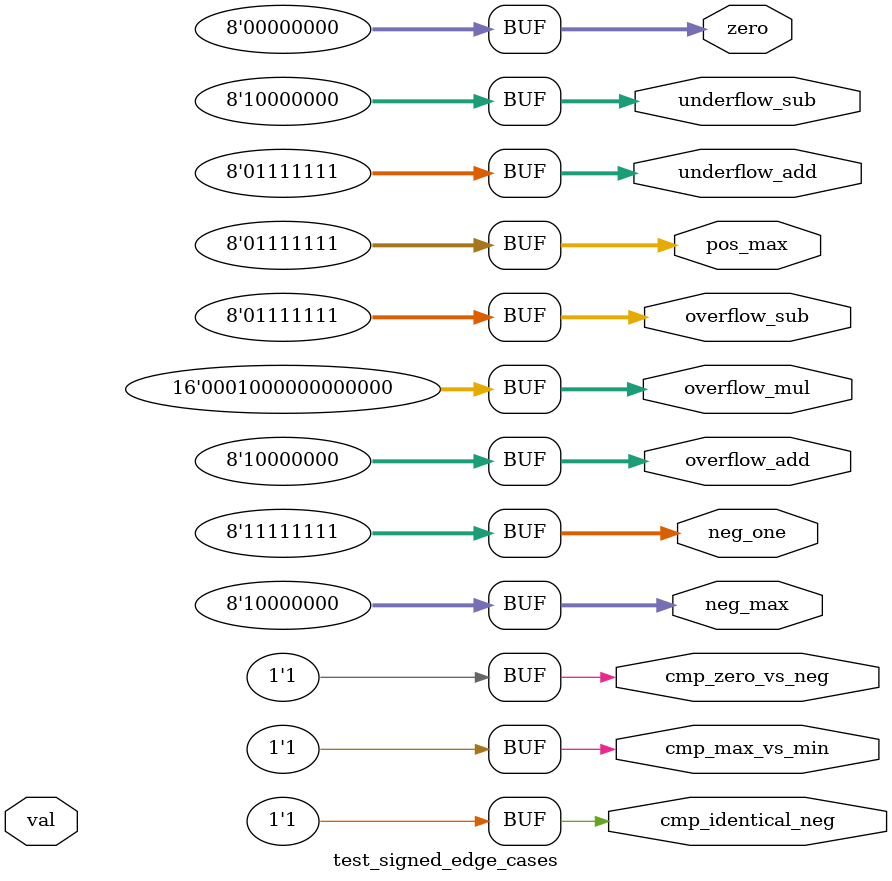
<source format=v>
module test_signed_edge_cases(
    input signed [7:0] val,
    output wire signed [7:0] neg_max,
    output wire signed [7:0] pos_max,
    output wire signed [7:0] zero,
    output wire signed [7:0] neg_one,
    output wire signed [7:0] overflow_add,
    output wire signed [7:0] overflow_sub,
    output wire signed [7:0] underflow_add,
    output wire signed [7:0] underflow_sub,
    output wire signed [15:0] overflow_mul,
    output wire cmp_max_vs_min,
    output wire cmp_zero_vs_neg,
    output wire cmp_identical_neg
);
    // Constants
    assign neg_max = 8'sh80;  // -128
    assign pos_max = 8'sh7F;  // +127
    assign zero = 8'sh00;
    assign neg_one = 8'shFF;  // -1

    // Overflow cases
    assign overflow_add = 8'sh7F + 8'sh01;  // 127 + 1 = -128 (overflow)
    assign overflow_sub = 8'sh80 - 8'sh01;  // -128 - 1 = 127 (underflow)
    assign underflow_add = 8'sh80 + 8'shFF; // -128 + (-1) = 127 (underflow)
    assign underflow_sub = 8'sh7F - 8'shFF; // 127 - (-1) = -128 (overflow)

    // Multiplication overflow
    assign overflow_mul = 8'sh40 * 8'sh40;  // 64 * 64 = 4096

    // Edge case comparisons
    assign cmp_max_vs_min = 8'sh7F > 8'sh80;  // 127 > -128 should be true
    assign cmp_zero_vs_neg = 8'sh00 > 8'shFF; // 0 > -1 should be true
    assign cmp_identical_neg = 8'shFF == 8'shFF; // -1 == -1 should be true
endmodule

</source>
